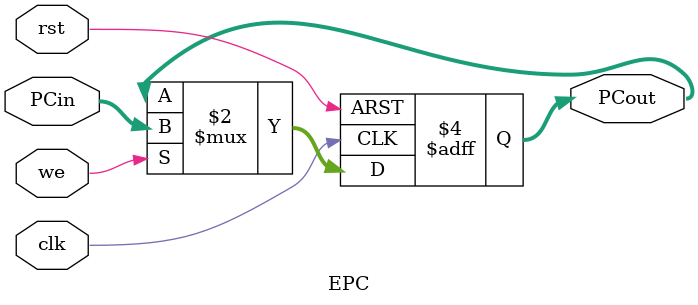
<source format=v>
`timescale 1ns / 1ps
module EPC(
	input clk, rst, we,
	input [31:0] PCin,
	output reg [31:0] PCout
    );

always @ (posedge clk or posedge rst)
begin
	if(rst) PCout <= 0;
	else
	begin
		if(we) PCout <= PCin;
	end
end

endmodule

</source>
